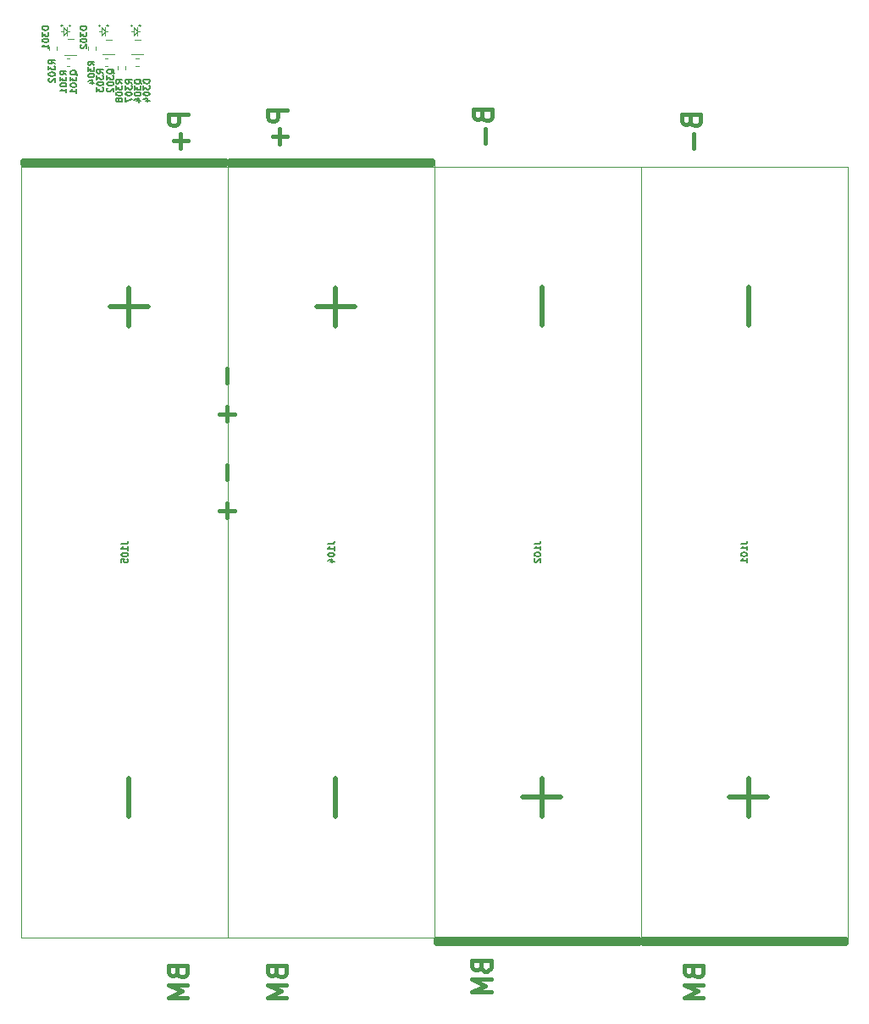
<source format=gbo>
%TF.GenerationSoftware,KiCad,Pcbnew,7.0.1*%
%TF.CreationDate,2023-06-20T19:29:40-04:00*%
%TF.ProjectId,batteryboard,62617474-6572-4796-926f-6172642e6b69,rev?*%
%TF.SameCoordinates,Original*%
%TF.FileFunction,Legend,Bot*%
%TF.FilePolarity,Positive*%
%FSLAX46Y46*%
G04 Gerber Fmt 4.6, Leading zero omitted, Abs format (unit mm)*
G04 Created by KiCad (PCBNEW 7.0.1) date 2023-06-20 19:29:40*
%MOMM*%
%LPD*%
G01*
G04 APERTURE LIST*
%ADD10C,0.381000*%
%ADD11C,0.127000*%
%ADD12C,0.500000*%
%ADD13C,0.100000*%
%ADD14C,0.060000*%
%ADD15C,0.120000*%
G04 APERTURE END LIST*
D10*
X102943932Y-137477500D02*
X103034646Y-137749643D01*
X103034646Y-137749643D02*
X103125360Y-137840357D01*
X103125360Y-137840357D02*
X103306789Y-137931071D01*
X103306789Y-137931071D02*
X103578932Y-137931071D01*
X103578932Y-137931071D02*
X103760360Y-137840357D01*
X103760360Y-137840357D02*
X103851075Y-137749643D01*
X103851075Y-137749643D02*
X103941789Y-137568214D01*
X103941789Y-137568214D02*
X103941789Y-136842500D01*
X103941789Y-136842500D02*
X102036789Y-136842500D01*
X102036789Y-136842500D02*
X102036789Y-137477500D01*
X102036789Y-137477500D02*
X102127503Y-137658929D01*
X102127503Y-137658929D02*
X102218217Y-137749643D01*
X102218217Y-137749643D02*
X102399646Y-137840357D01*
X102399646Y-137840357D02*
X102581075Y-137840357D01*
X102581075Y-137840357D02*
X102762503Y-137749643D01*
X102762503Y-137749643D02*
X102853217Y-137658929D01*
X102853217Y-137658929D02*
X102943932Y-137477500D01*
X102943932Y-137477500D02*
X102943932Y-136842500D01*
X103941789Y-138747500D02*
X102036789Y-138747500D01*
X102036789Y-138747500D02*
X103397503Y-139382500D01*
X103397503Y-139382500D02*
X102036789Y-140017500D01*
X102036789Y-140017500D02*
X103941789Y-140017500D01*
X82496932Y-138049000D02*
X82587646Y-138321143D01*
X82587646Y-138321143D02*
X82678360Y-138411857D01*
X82678360Y-138411857D02*
X82859789Y-138502571D01*
X82859789Y-138502571D02*
X83131932Y-138502571D01*
X83131932Y-138502571D02*
X83313360Y-138411857D01*
X83313360Y-138411857D02*
X83404075Y-138321143D01*
X83404075Y-138321143D02*
X83494789Y-138139714D01*
X83494789Y-138139714D02*
X83494789Y-137414000D01*
X83494789Y-137414000D02*
X81589789Y-137414000D01*
X81589789Y-137414000D02*
X81589789Y-138049000D01*
X81589789Y-138049000D02*
X81680503Y-138230429D01*
X81680503Y-138230429D02*
X81771217Y-138321143D01*
X81771217Y-138321143D02*
X81952646Y-138411857D01*
X81952646Y-138411857D02*
X82134075Y-138411857D01*
X82134075Y-138411857D02*
X82315503Y-138321143D01*
X82315503Y-138321143D02*
X82406217Y-138230429D01*
X82406217Y-138230429D02*
X82496932Y-138049000D01*
X82496932Y-138049000D02*
X82496932Y-137414000D01*
X83494789Y-139319000D02*
X81589789Y-139319000D01*
X81589789Y-139319000D02*
X82950503Y-139954000D01*
X82950503Y-139954000D02*
X81589789Y-140589000D01*
X81589789Y-140589000D02*
X83494789Y-140589000D01*
X72590932Y-138049000D02*
X72681646Y-138321143D01*
X72681646Y-138321143D02*
X72772360Y-138411857D01*
X72772360Y-138411857D02*
X72953789Y-138502571D01*
X72953789Y-138502571D02*
X73225932Y-138502571D01*
X73225932Y-138502571D02*
X73407360Y-138411857D01*
X73407360Y-138411857D02*
X73498075Y-138321143D01*
X73498075Y-138321143D02*
X73588789Y-138139714D01*
X73588789Y-138139714D02*
X73588789Y-137414000D01*
X73588789Y-137414000D02*
X71683789Y-137414000D01*
X71683789Y-137414000D02*
X71683789Y-138049000D01*
X71683789Y-138049000D02*
X71774503Y-138230429D01*
X71774503Y-138230429D02*
X71865217Y-138321143D01*
X71865217Y-138321143D02*
X72046646Y-138411857D01*
X72046646Y-138411857D02*
X72228075Y-138411857D01*
X72228075Y-138411857D02*
X72409503Y-138321143D01*
X72409503Y-138321143D02*
X72500217Y-138230429D01*
X72500217Y-138230429D02*
X72590932Y-138049000D01*
X72590932Y-138049000D02*
X72590932Y-137414000D01*
X73588789Y-139319000D02*
X71683789Y-139319000D01*
X71683789Y-139319000D02*
X73044503Y-139954000D01*
X73044503Y-139954000D02*
X71683789Y-140589000D01*
X71683789Y-140589000D02*
X73588789Y-140589000D01*
X124152932Y-138049000D02*
X124243646Y-138321143D01*
X124243646Y-138321143D02*
X124334360Y-138411857D01*
X124334360Y-138411857D02*
X124515789Y-138502571D01*
X124515789Y-138502571D02*
X124787932Y-138502571D01*
X124787932Y-138502571D02*
X124969360Y-138411857D01*
X124969360Y-138411857D02*
X125060075Y-138321143D01*
X125060075Y-138321143D02*
X125150789Y-138139714D01*
X125150789Y-138139714D02*
X125150789Y-137414000D01*
X125150789Y-137414000D02*
X123245789Y-137414000D01*
X123245789Y-137414000D02*
X123245789Y-138049000D01*
X123245789Y-138049000D02*
X123336503Y-138230429D01*
X123336503Y-138230429D02*
X123427217Y-138321143D01*
X123427217Y-138321143D02*
X123608646Y-138411857D01*
X123608646Y-138411857D02*
X123790075Y-138411857D01*
X123790075Y-138411857D02*
X123971503Y-138321143D01*
X123971503Y-138321143D02*
X124062217Y-138230429D01*
X124062217Y-138230429D02*
X124152932Y-138049000D01*
X124152932Y-138049000D02*
X124152932Y-137414000D01*
X125150789Y-139319000D02*
X123245789Y-139319000D01*
X123245789Y-139319000D02*
X124606503Y-139954000D01*
X124606503Y-139954000D02*
X123245789Y-140589000D01*
X123245789Y-140589000D02*
X125150789Y-140589000D01*
X123898932Y-52931786D02*
X123989646Y-53203929D01*
X123989646Y-53203929D02*
X124080360Y-53294643D01*
X124080360Y-53294643D02*
X124261789Y-53385357D01*
X124261789Y-53385357D02*
X124533932Y-53385357D01*
X124533932Y-53385357D02*
X124715360Y-53294643D01*
X124715360Y-53294643D02*
X124806075Y-53203929D01*
X124806075Y-53203929D02*
X124896789Y-53022500D01*
X124896789Y-53022500D02*
X124896789Y-52296786D01*
X124896789Y-52296786D02*
X122991789Y-52296786D01*
X122991789Y-52296786D02*
X122991789Y-52931786D01*
X122991789Y-52931786D02*
X123082503Y-53113215D01*
X123082503Y-53113215D02*
X123173217Y-53203929D01*
X123173217Y-53203929D02*
X123354646Y-53294643D01*
X123354646Y-53294643D02*
X123536075Y-53294643D01*
X123536075Y-53294643D02*
X123717503Y-53203929D01*
X123717503Y-53203929D02*
X123808217Y-53113215D01*
X123808217Y-53113215D02*
X123898932Y-52931786D01*
X123898932Y-52931786D02*
X123898932Y-52296786D01*
X124171075Y-54201786D02*
X124171075Y-55653215D01*
X103070932Y-52423786D02*
X103161646Y-52695929D01*
X103161646Y-52695929D02*
X103252360Y-52786643D01*
X103252360Y-52786643D02*
X103433789Y-52877357D01*
X103433789Y-52877357D02*
X103705932Y-52877357D01*
X103705932Y-52877357D02*
X103887360Y-52786643D01*
X103887360Y-52786643D02*
X103978075Y-52695929D01*
X103978075Y-52695929D02*
X104068789Y-52514500D01*
X104068789Y-52514500D02*
X104068789Y-51788786D01*
X104068789Y-51788786D02*
X102163789Y-51788786D01*
X102163789Y-51788786D02*
X102163789Y-52423786D01*
X102163789Y-52423786D02*
X102254503Y-52605215D01*
X102254503Y-52605215D02*
X102345217Y-52695929D01*
X102345217Y-52695929D02*
X102526646Y-52786643D01*
X102526646Y-52786643D02*
X102708075Y-52786643D01*
X102708075Y-52786643D02*
X102889503Y-52695929D01*
X102889503Y-52695929D02*
X102980217Y-52605215D01*
X102980217Y-52605215D02*
X103070932Y-52423786D01*
X103070932Y-52423786D02*
X103070932Y-51788786D01*
X103343075Y-53693786D02*
X103343075Y-55145215D01*
X83558289Y-51852286D02*
X81653289Y-51852286D01*
X81653289Y-51852286D02*
X81653289Y-52578000D01*
X81653289Y-52578000D02*
X81744003Y-52759429D01*
X81744003Y-52759429D02*
X81834717Y-52850143D01*
X81834717Y-52850143D02*
X82016146Y-52940857D01*
X82016146Y-52940857D02*
X82288289Y-52940857D01*
X82288289Y-52940857D02*
X82469717Y-52850143D01*
X82469717Y-52850143D02*
X82560432Y-52759429D01*
X82560432Y-52759429D02*
X82651146Y-52578000D01*
X82651146Y-52578000D02*
X82651146Y-51852286D01*
X82832575Y-53757286D02*
X82832575Y-55208715D01*
X83558289Y-54483000D02*
X82106860Y-54483000D01*
X73652289Y-52296786D02*
X71747289Y-52296786D01*
X71747289Y-52296786D02*
X71747289Y-53022500D01*
X71747289Y-53022500D02*
X71838003Y-53203929D01*
X71838003Y-53203929D02*
X71928717Y-53294643D01*
X71928717Y-53294643D02*
X72110146Y-53385357D01*
X72110146Y-53385357D02*
X72382289Y-53385357D01*
X72382289Y-53385357D02*
X72563717Y-53294643D01*
X72563717Y-53294643D02*
X72654432Y-53203929D01*
X72654432Y-53203929D02*
X72745146Y-53022500D01*
X72745146Y-53022500D02*
X72745146Y-52296786D01*
X72926575Y-54201786D02*
X72926575Y-55653215D01*
X73652289Y-54927500D02*
X72200860Y-54927500D01*
X77562075Y-77696786D02*
X77562075Y-79148215D01*
X77562075Y-81506786D02*
X77562075Y-82958215D01*
X78287789Y-82232500D02*
X76836360Y-82232500D01*
X77562075Y-87348786D02*
X77562075Y-88800215D01*
X77562075Y-91158786D02*
X77562075Y-92610215D01*
X78287789Y-91884500D02*
X76836360Y-91884500D01*
D11*
%TO.C,J104*%
X87657063Y-95233671D02*
X88110634Y-95233671D01*
X88110634Y-95233671D02*
X88201348Y-95203432D01*
X88201348Y-95203432D02*
X88261825Y-95142956D01*
X88261825Y-95142956D02*
X88292063Y-95052242D01*
X88292063Y-95052242D02*
X88292063Y-94991766D01*
X88292063Y-95868671D02*
X88292063Y-95505814D01*
X88292063Y-95687242D02*
X87657063Y-95687242D01*
X87657063Y-95687242D02*
X87747777Y-95626766D01*
X87747777Y-95626766D02*
X87808253Y-95566290D01*
X87808253Y-95566290D02*
X87838491Y-95505814D01*
X87657063Y-96261766D02*
X87657063Y-96322243D01*
X87657063Y-96322243D02*
X87687301Y-96382719D01*
X87687301Y-96382719D02*
X87717539Y-96412957D01*
X87717539Y-96412957D02*
X87778015Y-96443195D01*
X87778015Y-96443195D02*
X87898967Y-96473433D01*
X87898967Y-96473433D02*
X88050158Y-96473433D01*
X88050158Y-96473433D02*
X88171110Y-96443195D01*
X88171110Y-96443195D02*
X88231586Y-96412957D01*
X88231586Y-96412957D02*
X88261825Y-96382719D01*
X88261825Y-96382719D02*
X88292063Y-96322243D01*
X88292063Y-96322243D02*
X88292063Y-96261766D01*
X88292063Y-96261766D02*
X88261825Y-96201290D01*
X88261825Y-96201290D02*
X88231586Y-96171052D01*
X88231586Y-96171052D02*
X88171110Y-96140814D01*
X88171110Y-96140814D02*
X88050158Y-96110576D01*
X88050158Y-96110576D02*
X87898967Y-96110576D01*
X87898967Y-96110576D02*
X87778015Y-96140814D01*
X87778015Y-96140814D02*
X87717539Y-96171052D01*
X87717539Y-96171052D02*
X87687301Y-96201290D01*
X87687301Y-96201290D02*
X87657063Y-96261766D01*
X87868729Y-97017719D02*
X88292063Y-97017719D01*
X87626825Y-96866528D02*
X88080396Y-96715338D01*
X88080396Y-96715338D02*
X88080396Y-97108433D01*
D12*
X88406633Y-118670338D02*
X88406633Y-122479862D01*
X88406633Y-69620338D02*
X88406633Y-73429862D01*
X90311395Y-71525100D02*
X86501871Y-71525100D01*
D11*
%TO.C,J101*%
X128932063Y-95208271D02*
X129385634Y-95208271D01*
X129385634Y-95208271D02*
X129476348Y-95178032D01*
X129476348Y-95178032D02*
X129536825Y-95117556D01*
X129536825Y-95117556D02*
X129567063Y-95026842D01*
X129567063Y-95026842D02*
X129567063Y-94966366D01*
X129567063Y-95843271D02*
X129567063Y-95480414D01*
X129567063Y-95661842D02*
X128932063Y-95661842D01*
X128932063Y-95661842D02*
X129022777Y-95601366D01*
X129022777Y-95601366D02*
X129083253Y-95540890D01*
X129083253Y-95540890D02*
X129113491Y-95480414D01*
X128932063Y-96236366D02*
X128932063Y-96296843D01*
X128932063Y-96296843D02*
X128962301Y-96357319D01*
X128962301Y-96357319D02*
X128992539Y-96387557D01*
X128992539Y-96387557D02*
X129053015Y-96417795D01*
X129053015Y-96417795D02*
X129173967Y-96448033D01*
X129173967Y-96448033D02*
X129325158Y-96448033D01*
X129325158Y-96448033D02*
X129446110Y-96417795D01*
X129446110Y-96417795D02*
X129506586Y-96387557D01*
X129506586Y-96387557D02*
X129536825Y-96357319D01*
X129536825Y-96357319D02*
X129567063Y-96296843D01*
X129567063Y-96296843D02*
X129567063Y-96236366D01*
X129567063Y-96236366D02*
X129536825Y-96175890D01*
X129536825Y-96175890D02*
X129506586Y-96145652D01*
X129506586Y-96145652D02*
X129446110Y-96115414D01*
X129446110Y-96115414D02*
X129325158Y-96085176D01*
X129325158Y-96085176D02*
X129173967Y-96085176D01*
X129173967Y-96085176D02*
X129053015Y-96115414D01*
X129053015Y-96115414D02*
X128992539Y-96145652D01*
X128992539Y-96145652D02*
X128962301Y-96175890D01*
X128962301Y-96175890D02*
X128932063Y-96236366D01*
X129567063Y-97052795D02*
X129567063Y-96689938D01*
X129567063Y-96871366D02*
X128932063Y-96871366D01*
X128932063Y-96871366D02*
X129022777Y-96810890D01*
X129022777Y-96810890D02*
X129083253Y-96750414D01*
X129083253Y-96750414D02*
X129113491Y-96689938D01*
D12*
X129681633Y-118644938D02*
X129681633Y-122454462D01*
X131586395Y-120549700D02*
X127776871Y-120549700D01*
X129681633Y-69594938D02*
X129681633Y-73404462D01*
D11*
%TO.C,J102*%
X108281863Y-95208271D02*
X108735434Y-95208271D01*
X108735434Y-95208271D02*
X108826148Y-95178032D01*
X108826148Y-95178032D02*
X108886625Y-95117556D01*
X108886625Y-95117556D02*
X108916863Y-95026842D01*
X108916863Y-95026842D02*
X108916863Y-94966366D01*
X108916863Y-95843271D02*
X108916863Y-95480414D01*
X108916863Y-95661842D02*
X108281863Y-95661842D01*
X108281863Y-95661842D02*
X108372577Y-95601366D01*
X108372577Y-95601366D02*
X108433053Y-95540890D01*
X108433053Y-95540890D02*
X108463291Y-95480414D01*
X108281863Y-96236366D02*
X108281863Y-96296843D01*
X108281863Y-96296843D02*
X108312101Y-96357319D01*
X108312101Y-96357319D02*
X108342339Y-96387557D01*
X108342339Y-96387557D02*
X108402815Y-96417795D01*
X108402815Y-96417795D02*
X108523767Y-96448033D01*
X108523767Y-96448033D02*
X108674958Y-96448033D01*
X108674958Y-96448033D02*
X108795910Y-96417795D01*
X108795910Y-96417795D02*
X108856386Y-96387557D01*
X108856386Y-96387557D02*
X108886625Y-96357319D01*
X108886625Y-96357319D02*
X108916863Y-96296843D01*
X108916863Y-96296843D02*
X108916863Y-96236366D01*
X108916863Y-96236366D02*
X108886625Y-96175890D01*
X108886625Y-96175890D02*
X108856386Y-96145652D01*
X108856386Y-96145652D02*
X108795910Y-96115414D01*
X108795910Y-96115414D02*
X108674958Y-96085176D01*
X108674958Y-96085176D02*
X108523767Y-96085176D01*
X108523767Y-96085176D02*
X108402815Y-96115414D01*
X108402815Y-96115414D02*
X108342339Y-96145652D01*
X108342339Y-96145652D02*
X108312101Y-96175890D01*
X108312101Y-96175890D02*
X108281863Y-96236366D01*
X108342339Y-96689938D02*
X108312101Y-96720176D01*
X108312101Y-96720176D02*
X108281863Y-96780652D01*
X108281863Y-96780652D02*
X108281863Y-96931843D01*
X108281863Y-96931843D02*
X108312101Y-96992319D01*
X108312101Y-96992319D02*
X108342339Y-97022557D01*
X108342339Y-97022557D02*
X108402815Y-97052795D01*
X108402815Y-97052795D02*
X108463291Y-97052795D01*
X108463291Y-97052795D02*
X108554005Y-97022557D01*
X108554005Y-97022557D02*
X108916863Y-96659700D01*
X108916863Y-96659700D02*
X108916863Y-97052795D01*
D12*
X109031433Y-69594938D02*
X109031433Y-73404462D01*
X109031433Y-118644938D02*
X109031433Y-122454462D01*
X110936195Y-120549700D02*
X107126671Y-120549700D01*
D11*
%TO.C,J105*%
X67006863Y-95233671D02*
X67460434Y-95233671D01*
X67460434Y-95233671D02*
X67551148Y-95203432D01*
X67551148Y-95203432D02*
X67611625Y-95142956D01*
X67611625Y-95142956D02*
X67641863Y-95052242D01*
X67641863Y-95052242D02*
X67641863Y-94991766D01*
X67641863Y-95868671D02*
X67641863Y-95505814D01*
X67641863Y-95687242D02*
X67006863Y-95687242D01*
X67006863Y-95687242D02*
X67097577Y-95626766D01*
X67097577Y-95626766D02*
X67158053Y-95566290D01*
X67158053Y-95566290D02*
X67188291Y-95505814D01*
X67006863Y-96261766D02*
X67006863Y-96322243D01*
X67006863Y-96322243D02*
X67037101Y-96382719D01*
X67037101Y-96382719D02*
X67067339Y-96412957D01*
X67067339Y-96412957D02*
X67127815Y-96443195D01*
X67127815Y-96443195D02*
X67248767Y-96473433D01*
X67248767Y-96473433D02*
X67399958Y-96473433D01*
X67399958Y-96473433D02*
X67520910Y-96443195D01*
X67520910Y-96443195D02*
X67581386Y-96412957D01*
X67581386Y-96412957D02*
X67611625Y-96382719D01*
X67611625Y-96382719D02*
X67641863Y-96322243D01*
X67641863Y-96322243D02*
X67641863Y-96261766D01*
X67641863Y-96261766D02*
X67611625Y-96201290D01*
X67611625Y-96201290D02*
X67581386Y-96171052D01*
X67581386Y-96171052D02*
X67520910Y-96140814D01*
X67520910Y-96140814D02*
X67399958Y-96110576D01*
X67399958Y-96110576D02*
X67248767Y-96110576D01*
X67248767Y-96110576D02*
X67127815Y-96140814D01*
X67127815Y-96140814D02*
X67067339Y-96171052D01*
X67067339Y-96171052D02*
X67037101Y-96201290D01*
X67037101Y-96201290D02*
X67006863Y-96261766D01*
X67006863Y-97047957D02*
X67006863Y-96745576D01*
X67006863Y-96745576D02*
X67309244Y-96715338D01*
X67309244Y-96715338D02*
X67279005Y-96745576D01*
X67279005Y-96745576D02*
X67248767Y-96806052D01*
X67248767Y-96806052D02*
X67248767Y-96957243D01*
X67248767Y-96957243D02*
X67279005Y-97017719D01*
X67279005Y-97017719D02*
X67309244Y-97047957D01*
X67309244Y-97047957D02*
X67369720Y-97078195D01*
X67369720Y-97078195D02*
X67520910Y-97078195D01*
X67520910Y-97078195D02*
X67581386Y-97047957D01*
X67581386Y-97047957D02*
X67611625Y-97017719D01*
X67611625Y-97017719D02*
X67641863Y-96957243D01*
X67641863Y-96957243D02*
X67641863Y-96806052D01*
X67641863Y-96806052D02*
X67611625Y-96745576D01*
X67611625Y-96745576D02*
X67581386Y-96715338D01*
D12*
X67756433Y-118670338D02*
X67756433Y-122479862D01*
X67756433Y-69620338D02*
X67756433Y-73429862D01*
X69661195Y-71525100D02*
X65851671Y-71525100D01*
D11*
%TO.C,D301*%
X59729763Y-43503547D02*
X59094763Y-43503547D01*
X59094763Y-43503547D02*
X59094763Y-43654737D01*
X59094763Y-43654737D02*
X59125001Y-43745452D01*
X59125001Y-43745452D02*
X59185477Y-43805928D01*
X59185477Y-43805928D02*
X59245953Y-43836166D01*
X59245953Y-43836166D02*
X59366905Y-43866404D01*
X59366905Y-43866404D02*
X59457620Y-43866404D01*
X59457620Y-43866404D02*
X59578572Y-43836166D01*
X59578572Y-43836166D02*
X59639048Y-43805928D01*
X59639048Y-43805928D02*
X59699525Y-43745452D01*
X59699525Y-43745452D02*
X59729763Y-43654737D01*
X59729763Y-43654737D02*
X59729763Y-43503547D01*
X59094763Y-44078071D02*
X59094763Y-44471166D01*
X59094763Y-44471166D02*
X59336667Y-44259499D01*
X59336667Y-44259499D02*
X59336667Y-44350214D01*
X59336667Y-44350214D02*
X59366905Y-44410690D01*
X59366905Y-44410690D02*
X59397144Y-44440928D01*
X59397144Y-44440928D02*
X59457620Y-44471166D01*
X59457620Y-44471166D02*
X59608810Y-44471166D01*
X59608810Y-44471166D02*
X59669286Y-44440928D01*
X59669286Y-44440928D02*
X59699525Y-44410690D01*
X59699525Y-44410690D02*
X59729763Y-44350214D01*
X59729763Y-44350214D02*
X59729763Y-44168785D01*
X59729763Y-44168785D02*
X59699525Y-44108309D01*
X59699525Y-44108309D02*
X59669286Y-44078071D01*
X59094763Y-44864261D02*
X59094763Y-44924738D01*
X59094763Y-44924738D02*
X59125001Y-44985214D01*
X59125001Y-44985214D02*
X59155239Y-45015452D01*
X59155239Y-45015452D02*
X59215715Y-45045690D01*
X59215715Y-45045690D02*
X59336667Y-45075928D01*
X59336667Y-45075928D02*
X59487858Y-45075928D01*
X59487858Y-45075928D02*
X59608810Y-45045690D01*
X59608810Y-45045690D02*
X59669286Y-45015452D01*
X59669286Y-45015452D02*
X59699525Y-44985214D01*
X59699525Y-44985214D02*
X59729763Y-44924738D01*
X59729763Y-44924738D02*
X59729763Y-44864261D01*
X59729763Y-44864261D02*
X59699525Y-44803785D01*
X59699525Y-44803785D02*
X59669286Y-44773547D01*
X59669286Y-44773547D02*
X59608810Y-44743309D01*
X59608810Y-44743309D02*
X59487858Y-44713071D01*
X59487858Y-44713071D02*
X59336667Y-44713071D01*
X59336667Y-44713071D02*
X59215715Y-44743309D01*
X59215715Y-44743309D02*
X59155239Y-44773547D01*
X59155239Y-44773547D02*
X59125001Y-44803785D01*
X59125001Y-44803785D02*
X59094763Y-44864261D01*
X59729763Y-45680690D02*
X59729763Y-45317833D01*
X59729763Y-45499261D02*
X59094763Y-45499261D01*
X59094763Y-45499261D02*
X59185477Y-45438785D01*
X59185477Y-45438785D02*
X59245953Y-45378309D01*
X59245953Y-45378309D02*
X59276191Y-45317833D01*
%TO.C,D302*%
X63539763Y-43503547D02*
X62904763Y-43503547D01*
X62904763Y-43503547D02*
X62904763Y-43654737D01*
X62904763Y-43654737D02*
X62935001Y-43745452D01*
X62935001Y-43745452D02*
X62995477Y-43805928D01*
X62995477Y-43805928D02*
X63055953Y-43836166D01*
X63055953Y-43836166D02*
X63176905Y-43866404D01*
X63176905Y-43866404D02*
X63267620Y-43866404D01*
X63267620Y-43866404D02*
X63388572Y-43836166D01*
X63388572Y-43836166D02*
X63449048Y-43805928D01*
X63449048Y-43805928D02*
X63509525Y-43745452D01*
X63509525Y-43745452D02*
X63539763Y-43654737D01*
X63539763Y-43654737D02*
X63539763Y-43503547D01*
X62904763Y-44078071D02*
X62904763Y-44471166D01*
X62904763Y-44471166D02*
X63146667Y-44259499D01*
X63146667Y-44259499D02*
X63146667Y-44350214D01*
X63146667Y-44350214D02*
X63176905Y-44410690D01*
X63176905Y-44410690D02*
X63207144Y-44440928D01*
X63207144Y-44440928D02*
X63267620Y-44471166D01*
X63267620Y-44471166D02*
X63418810Y-44471166D01*
X63418810Y-44471166D02*
X63479286Y-44440928D01*
X63479286Y-44440928D02*
X63509525Y-44410690D01*
X63509525Y-44410690D02*
X63539763Y-44350214D01*
X63539763Y-44350214D02*
X63539763Y-44168785D01*
X63539763Y-44168785D02*
X63509525Y-44108309D01*
X63509525Y-44108309D02*
X63479286Y-44078071D01*
X62904763Y-44864261D02*
X62904763Y-44924738D01*
X62904763Y-44924738D02*
X62935001Y-44985214D01*
X62935001Y-44985214D02*
X62965239Y-45015452D01*
X62965239Y-45015452D02*
X63025715Y-45045690D01*
X63025715Y-45045690D02*
X63146667Y-45075928D01*
X63146667Y-45075928D02*
X63297858Y-45075928D01*
X63297858Y-45075928D02*
X63418810Y-45045690D01*
X63418810Y-45045690D02*
X63479286Y-45015452D01*
X63479286Y-45015452D02*
X63509525Y-44985214D01*
X63509525Y-44985214D02*
X63539763Y-44924738D01*
X63539763Y-44924738D02*
X63539763Y-44864261D01*
X63539763Y-44864261D02*
X63509525Y-44803785D01*
X63509525Y-44803785D02*
X63479286Y-44773547D01*
X63479286Y-44773547D02*
X63418810Y-44743309D01*
X63418810Y-44743309D02*
X63297858Y-44713071D01*
X63297858Y-44713071D02*
X63146667Y-44713071D01*
X63146667Y-44713071D02*
X63025715Y-44743309D01*
X63025715Y-44743309D02*
X62965239Y-44773547D01*
X62965239Y-44773547D02*
X62935001Y-44803785D01*
X62935001Y-44803785D02*
X62904763Y-44864261D01*
X62965239Y-45317833D02*
X62935001Y-45348071D01*
X62935001Y-45348071D02*
X62904763Y-45408547D01*
X62904763Y-45408547D02*
X62904763Y-45559738D01*
X62904763Y-45559738D02*
X62935001Y-45620214D01*
X62935001Y-45620214D02*
X62965239Y-45650452D01*
X62965239Y-45650452D02*
X63025715Y-45680690D01*
X63025715Y-45680690D02*
X63086191Y-45680690D01*
X63086191Y-45680690D02*
X63176905Y-45650452D01*
X63176905Y-45650452D02*
X63539763Y-45287595D01*
X63539763Y-45287595D02*
X63539763Y-45680690D01*
%TO.C,D304*%
X69838963Y-48837547D02*
X69203963Y-48837547D01*
X69203963Y-48837547D02*
X69203963Y-48988737D01*
X69203963Y-48988737D02*
X69234201Y-49079452D01*
X69234201Y-49079452D02*
X69294677Y-49139928D01*
X69294677Y-49139928D02*
X69355153Y-49170166D01*
X69355153Y-49170166D02*
X69476105Y-49200404D01*
X69476105Y-49200404D02*
X69566820Y-49200404D01*
X69566820Y-49200404D02*
X69687772Y-49170166D01*
X69687772Y-49170166D02*
X69748248Y-49139928D01*
X69748248Y-49139928D02*
X69808725Y-49079452D01*
X69808725Y-49079452D02*
X69838963Y-48988737D01*
X69838963Y-48988737D02*
X69838963Y-48837547D01*
X69203963Y-49412071D02*
X69203963Y-49805166D01*
X69203963Y-49805166D02*
X69445867Y-49593499D01*
X69445867Y-49593499D02*
X69445867Y-49684214D01*
X69445867Y-49684214D02*
X69476105Y-49744690D01*
X69476105Y-49744690D02*
X69506344Y-49774928D01*
X69506344Y-49774928D02*
X69566820Y-49805166D01*
X69566820Y-49805166D02*
X69718010Y-49805166D01*
X69718010Y-49805166D02*
X69778486Y-49774928D01*
X69778486Y-49774928D02*
X69808725Y-49744690D01*
X69808725Y-49744690D02*
X69838963Y-49684214D01*
X69838963Y-49684214D02*
X69838963Y-49502785D01*
X69838963Y-49502785D02*
X69808725Y-49442309D01*
X69808725Y-49442309D02*
X69778486Y-49412071D01*
X69203963Y-50198261D02*
X69203963Y-50258738D01*
X69203963Y-50258738D02*
X69234201Y-50319214D01*
X69234201Y-50319214D02*
X69264439Y-50349452D01*
X69264439Y-50349452D02*
X69324915Y-50379690D01*
X69324915Y-50379690D02*
X69445867Y-50409928D01*
X69445867Y-50409928D02*
X69597058Y-50409928D01*
X69597058Y-50409928D02*
X69718010Y-50379690D01*
X69718010Y-50379690D02*
X69778486Y-50349452D01*
X69778486Y-50349452D02*
X69808725Y-50319214D01*
X69808725Y-50319214D02*
X69838963Y-50258738D01*
X69838963Y-50258738D02*
X69838963Y-50198261D01*
X69838963Y-50198261D02*
X69808725Y-50137785D01*
X69808725Y-50137785D02*
X69778486Y-50107547D01*
X69778486Y-50107547D02*
X69718010Y-50077309D01*
X69718010Y-50077309D02*
X69597058Y-50047071D01*
X69597058Y-50047071D02*
X69445867Y-50047071D01*
X69445867Y-50047071D02*
X69324915Y-50077309D01*
X69324915Y-50077309D02*
X69264439Y-50107547D01*
X69264439Y-50107547D02*
X69234201Y-50137785D01*
X69234201Y-50137785D02*
X69203963Y-50198261D01*
X69415629Y-50954214D02*
X69838963Y-50954214D01*
X69173725Y-50803023D02*
X69627296Y-50651833D01*
X69627296Y-50651833D02*
X69627296Y-51044928D01*
%TO.C,Q302*%
X66267239Y-48229761D02*
X66237001Y-48169285D01*
X66237001Y-48169285D02*
X66176525Y-48108809D01*
X66176525Y-48108809D02*
X66085810Y-48018095D01*
X66085810Y-48018095D02*
X66055572Y-47957618D01*
X66055572Y-47957618D02*
X66055572Y-47897142D01*
X66206763Y-47927380D02*
X66176525Y-47866904D01*
X66176525Y-47866904D02*
X66116048Y-47806428D01*
X66116048Y-47806428D02*
X65995096Y-47776190D01*
X65995096Y-47776190D02*
X65783429Y-47776190D01*
X65783429Y-47776190D02*
X65662477Y-47806428D01*
X65662477Y-47806428D02*
X65602001Y-47866904D01*
X65602001Y-47866904D02*
X65571763Y-47927380D01*
X65571763Y-47927380D02*
X65571763Y-48048333D01*
X65571763Y-48048333D02*
X65602001Y-48108809D01*
X65602001Y-48108809D02*
X65662477Y-48169285D01*
X65662477Y-48169285D02*
X65783429Y-48199523D01*
X65783429Y-48199523D02*
X65995096Y-48199523D01*
X65995096Y-48199523D02*
X66116048Y-48169285D01*
X66116048Y-48169285D02*
X66176525Y-48108809D01*
X66176525Y-48108809D02*
X66206763Y-48048333D01*
X66206763Y-48048333D02*
X66206763Y-47927380D01*
X65571763Y-48411190D02*
X65571763Y-48804285D01*
X65571763Y-48804285D02*
X65813667Y-48592618D01*
X65813667Y-48592618D02*
X65813667Y-48683333D01*
X65813667Y-48683333D02*
X65843905Y-48743809D01*
X65843905Y-48743809D02*
X65874144Y-48774047D01*
X65874144Y-48774047D02*
X65934620Y-48804285D01*
X65934620Y-48804285D02*
X66085810Y-48804285D01*
X66085810Y-48804285D02*
X66146286Y-48774047D01*
X66146286Y-48774047D02*
X66176525Y-48743809D01*
X66176525Y-48743809D02*
X66206763Y-48683333D01*
X66206763Y-48683333D02*
X66206763Y-48501904D01*
X66206763Y-48501904D02*
X66176525Y-48441428D01*
X66176525Y-48441428D02*
X66146286Y-48411190D01*
X65571763Y-49197380D02*
X65571763Y-49257857D01*
X65571763Y-49257857D02*
X65602001Y-49318333D01*
X65602001Y-49318333D02*
X65632239Y-49348571D01*
X65632239Y-49348571D02*
X65692715Y-49378809D01*
X65692715Y-49378809D02*
X65813667Y-49409047D01*
X65813667Y-49409047D02*
X65964858Y-49409047D01*
X65964858Y-49409047D02*
X66085810Y-49378809D01*
X66085810Y-49378809D02*
X66146286Y-49348571D01*
X66146286Y-49348571D02*
X66176525Y-49318333D01*
X66176525Y-49318333D02*
X66206763Y-49257857D01*
X66206763Y-49257857D02*
X66206763Y-49197380D01*
X66206763Y-49197380D02*
X66176525Y-49136904D01*
X66176525Y-49136904D02*
X66146286Y-49106666D01*
X66146286Y-49106666D02*
X66085810Y-49076428D01*
X66085810Y-49076428D02*
X65964858Y-49046190D01*
X65964858Y-49046190D02*
X65813667Y-49046190D01*
X65813667Y-49046190D02*
X65692715Y-49076428D01*
X65692715Y-49076428D02*
X65632239Y-49106666D01*
X65632239Y-49106666D02*
X65602001Y-49136904D01*
X65602001Y-49136904D02*
X65571763Y-49197380D01*
X65632239Y-49650952D02*
X65602001Y-49681190D01*
X65602001Y-49681190D02*
X65571763Y-49741666D01*
X65571763Y-49741666D02*
X65571763Y-49892857D01*
X65571763Y-49892857D02*
X65602001Y-49953333D01*
X65602001Y-49953333D02*
X65632239Y-49983571D01*
X65632239Y-49983571D02*
X65692715Y-50013809D01*
X65692715Y-50013809D02*
X65753191Y-50013809D01*
X65753191Y-50013809D02*
X65843905Y-49983571D01*
X65843905Y-49983571D02*
X66206763Y-49620714D01*
X66206763Y-49620714D02*
X66206763Y-50013809D01*
%TO.C,Q304*%
X69010439Y-49245761D02*
X68980201Y-49185285D01*
X68980201Y-49185285D02*
X68919725Y-49124809D01*
X68919725Y-49124809D02*
X68829010Y-49034095D01*
X68829010Y-49034095D02*
X68798772Y-48973618D01*
X68798772Y-48973618D02*
X68798772Y-48913142D01*
X68949963Y-48943380D02*
X68919725Y-48882904D01*
X68919725Y-48882904D02*
X68859248Y-48822428D01*
X68859248Y-48822428D02*
X68738296Y-48792190D01*
X68738296Y-48792190D02*
X68526629Y-48792190D01*
X68526629Y-48792190D02*
X68405677Y-48822428D01*
X68405677Y-48822428D02*
X68345201Y-48882904D01*
X68345201Y-48882904D02*
X68314963Y-48943380D01*
X68314963Y-48943380D02*
X68314963Y-49064333D01*
X68314963Y-49064333D02*
X68345201Y-49124809D01*
X68345201Y-49124809D02*
X68405677Y-49185285D01*
X68405677Y-49185285D02*
X68526629Y-49215523D01*
X68526629Y-49215523D02*
X68738296Y-49215523D01*
X68738296Y-49215523D02*
X68859248Y-49185285D01*
X68859248Y-49185285D02*
X68919725Y-49124809D01*
X68919725Y-49124809D02*
X68949963Y-49064333D01*
X68949963Y-49064333D02*
X68949963Y-48943380D01*
X68314963Y-49427190D02*
X68314963Y-49820285D01*
X68314963Y-49820285D02*
X68556867Y-49608618D01*
X68556867Y-49608618D02*
X68556867Y-49699333D01*
X68556867Y-49699333D02*
X68587105Y-49759809D01*
X68587105Y-49759809D02*
X68617344Y-49790047D01*
X68617344Y-49790047D02*
X68677820Y-49820285D01*
X68677820Y-49820285D02*
X68829010Y-49820285D01*
X68829010Y-49820285D02*
X68889486Y-49790047D01*
X68889486Y-49790047D02*
X68919725Y-49759809D01*
X68919725Y-49759809D02*
X68949963Y-49699333D01*
X68949963Y-49699333D02*
X68949963Y-49517904D01*
X68949963Y-49517904D02*
X68919725Y-49457428D01*
X68919725Y-49457428D02*
X68889486Y-49427190D01*
X68314963Y-50213380D02*
X68314963Y-50273857D01*
X68314963Y-50273857D02*
X68345201Y-50334333D01*
X68345201Y-50334333D02*
X68375439Y-50364571D01*
X68375439Y-50364571D02*
X68435915Y-50394809D01*
X68435915Y-50394809D02*
X68556867Y-50425047D01*
X68556867Y-50425047D02*
X68708058Y-50425047D01*
X68708058Y-50425047D02*
X68829010Y-50394809D01*
X68829010Y-50394809D02*
X68889486Y-50364571D01*
X68889486Y-50364571D02*
X68919725Y-50334333D01*
X68919725Y-50334333D02*
X68949963Y-50273857D01*
X68949963Y-50273857D02*
X68949963Y-50213380D01*
X68949963Y-50213380D02*
X68919725Y-50152904D01*
X68919725Y-50152904D02*
X68889486Y-50122666D01*
X68889486Y-50122666D02*
X68829010Y-50092428D01*
X68829010Y-50092428D02*
X68708058Y-50062190D01*
X68708058Y-50062190D02*
X68556867Y-50062190D01*
X68556867Y-50062190D02*
X68435915Y-50092428D01*
X68435915Y-50092428D02*
X68375439Y-50122666D01*
X68375439Y-50122666D02*
X68345201Y-50152904D01*
X68345201Y-50152904D02*
X68314963Y-50213380D01*
X68526629Y-50969333D02*
X68949963Y-50969333D01*
X68284725Y-50818142D02*
X68738296Y-50666952D01*
X68738296Y-50666952D02*
X68738296Y-51060047D01*
%TO.C,R302*%
X60364763Y-47231904D02*
X60062382Y-47020237D01*
X60364763Y-46869047D02*
X59729763Y-46869047D01*
X59729763Y-46869047D02*
X59729763Y-47110952D01*
X59729763Y-47110952D02*
X59760001Y-47171428D01*
X59760001Y-47171428D02*
X59790239Y-47201666D01*
X59790239Y-47201666D02*
X59850715Y-47231904D01*
X59850715Y-47231904D02*
X59941429Y-47231904D01*
X59941429Y-47231904D02*
X60001905Y-47201666D01*
X60001905Y-47201666D02*
X60032144Y-47171428D01*
X60032144Y-47171428D02*
X60062382Y-47110952D01*
X60062382Y-47110952D02*
X60062382Y-46869047D01*
X59729763Y-47443571D02*
X59729763Y-47836666D01*
X59729763Y-47836666D02*
X59971667Y-47624999D01*
X59971667Y-47624999D02*
X59971667Y-47715714D01*
X59971667Y-47715714D02*
X60001905Y-47776190D01*
X60001905Y-47776190D02*
X60032144Y-47806428D01*
X60032144Y-47806428D02*
X60092620Y-47836666D01*
X60092620Y-47836666D02*
X60243810Y-47836666D01*
X60243810Y-47836666D02*
X60304286Y-47806428D01*
X60304286Y-47806428D02*
X60334525Y-47776190D01*
X60334525Y-47776190D02*
X60364763Y-47715714D01*
X60364763Y-47715714D02*
X60364763Y-47534285D01*
X60364763Y-47534285D02*
X60334525Y-47473809D01*
X60334525Y-47473809D02*
X60304286Y-47443571D01*
X59729763Y-48229761D02*
X59729763Y-48290238D01*
X59729763Y-48290238D02*
X59760001Y-48350714D01*
X59760001Y-48350714D02*
X59790239Y-48380952D01*
X59790239Y-48380952D02*
X59850715Y-48411190D01*
X59850715Y-48411190D02*
X59971667Y-48441428D01*
X59971667Y-48441428D02*
X60122858Y-48441428D01*
X60122858Y-48441428D02*
X60243810Y-48411190D01*
X60243810Y-48411190D02*
X60304286Y-48380952D01*
X60304286Y-48380952D02*
X60334525Y-48350714D01*
X60334525Y-48350714D02*
X60364763Y-48290238D01*
X60364763Y-48290238D02*
X60364763Y-48229761D01*
X60364763Y-48229761D02*
X60334525Y-48169285D01*
X60334525Y-48169285D02*
X60304286Y-48139047D01*
X60304286Y-48139047D02*
X60243810Y-48108809D01*
X60243810Y-48108809D02*
X60122858Y-48078571D01*
X60122858Y-48078571D02*
X59971667Y-48078571D01*
X59971667Y-48078571D02*
X59850715Y-48108809D01*
X59850715Y-48108809D02*
X59790239Y-48139047D01*
X59790239Y-48139047D02*
X59760001Y-48169285D01*
X59760001Y-48169285D02*
X59729763Y-48229761D01*
X59790239Y-48683333D02*
X59760001Y-48713571D01*
X59760001Y-48713571D02*
X59729763Y-48774047D01*
X59729763Y-48774047D02*
X59729763Y-48925238D01*
X59729763Y-48925238D02*
X59760001Y-48985714D01*
X59760001Y-48985714D02*
X59790239Y-49015952D01*
X59790239Y-49015952D02*
X59850715Y-49046190D01*
X59850715Y-49046190D02*
X59911191Y-49046190D01*
X59911191Y-49046190D02*
X60001905Y-49015952D01*
X60001905Y-49015952D02*
X60364763Y-48653095D01*
X60364763Y-48653095D02*
X60364763Y-49046190D01*
%TO.C,R304*%
X64301763Y-47358904D02*
X63999382Y-47147237D01*
X64301763Y-46996047D02*
X63666763Y-46996047D01*
X63666763Y-46996047D02*
X63666763Y-47237952D01*
X63666763Y-47237952D02*
X63697001Y-47298428D01*
X63697001Y-47298428D02*
X63727239Y-47328666D01*
X63727239Y-47328666D02*
X63787715Y-47358904D01*
X63787715Y-47358904D02*
X63878429Y-47358904D01*
X63878429Y-47358904D02*
X63938905Y-47328666D01*
X63938905Y-47328666D02*
X63969144Y-47298428D01*
X63969144Y-47298428D02*
X63999382Y-47237952D01*
X63999382Y-47237952D02*
X63999382Y-46996047D01*
X63666763Y-47570571D02*
X63666763Y-47963666D01*
X63666763Y-47963666D02*
X63908667Y-47751999D01*
X63908667Y-47751999D02*
X63908667Y-47842714D01*
X63908667Y-47842714D02*
X63938905Y-47903190D01*
X63938905Y-47903190D02*
X63969144Y-47933428D01*
X63969144Y-47933428D02*
X64029620Y-47963666D01*
X64029620Y-47963666D02*
X64180810Y-47963666D01*
X64180810Y-47963666D02*
X64241286Y-47933428D01*
X64241286Y-47933428D02*
X64271525Y-47903190D01*
X64271525Y-47903190D02*
X64301763Y-47842714D01*
X64301763Y-47842714D02*
X64301763Y-47661285D01*
X64301763Y-47661285D02*
X64271525Y-47600809D01*
X64271525Y-47600809D02*
X64241286Y-47570571D01*
X63666763Y-48356761D02*
X63666763Y-48417238D01*
X63666763Y-48417238D02*
X63697001Y-48477714D01*
X63697001Y-48477714D02*
X63727239Y-48507952D01*
X63727239Y-48507952D02*
X63787715Y-48538190D01*
X63787715Y-48538190D02*
X63908667Y-48568428D01*
X63908667Y-48568428D02*
X64059858Y-48568428D01*
X64059858Y-48568428D02*
X64180810Y-48538190D01*
X64180810Y-48538190D02*
X64241286Y-48507952D01*
X64241286Y-48507952D02*
X64271525Y-48477714D01*
X64271525Y-48477714D02*
X64301763Y-48417238D01*
X64301763Y-48417238D02*
X64301763Y-48356761D01*
X64301763Y-48356761D02*
X64271525Y-48296285D01*
X64271525Y-48296285D02*
X64241286Y-48266047D01*
X64241286Y-48266047D02*
X64180810Y-48235809D01*
X64180810Y-48235809D02*
X64059858Y-48205571D01*
X64059858Y-48205571D02*
X63908667Y-48205571D01*
X63908667Y-48205571D02*
X63787715Y-48235809D01*
X63787715Y-48235809D02*
X63727239Y-48266047D01*
X63727239Y-48266047D02*
X63697001Y-48296285D01*
X63697001Y-48296285D02*
X63666763Y-48356761D01*
X63878429Y-49112714D02*
X64301763Y-49112714D01*
X63636525Y-48961523D02*
X64090096Y-48810333D01*
X64090096Y-48810333D02*
X64090096Y-49203428D01*
%TO.C,R308*%
X67095763Y-49200404D02*
X66793382Y-48988737D01*
X67095763Y-48837547D02*
X66460763Y-48837547D01*
X66460763Y-48837547D02*
X66460763Y-49079452D01*
X66460763Y-49079452D02*
X66491001Y-49139928D01*
X66491001Y-49139928D02*
X66521239Y-49170166D01*
X66521239Y-49170166D02*
X66581715Y-49200404D01*
X66581715Y-49200404D02*
X66672429Y-49200404D01*
X66672429Y-49200404D02*
X66732905Y-49170166D01*
X66732905Y-49170166D02*
X66763144Y-49139928D01*
X66763144Y-49139928D02*
X66793382Y-49079452D01*
X66793382Y-49079452D02*
X66793382Y-48837547D01*
X66460763Y-49412071D02*
X66460763Y-49805166D01*
X66460763Y-49805166D02*
X66702667Y-49593499D01*
X66702667Y-49593499D02*
X66702667Y-49684214D01*
X66702667Y-49684214D02*
X66732905Y-49744690D01*
X66732905Y-49744690D02*
X66763144Y-49774928D01*
X66763144Y-49774928D02*
X66823620Y-49805166D01*
X66823620Y-49805166D02*
X66974810Y-49805166D01*
X66974810Y-49805166D02*
X67035286Y-49774928D01*
X67035286Y-49774928D02*
X67065525Y-49744690D01*
X67065525Y-49744690D02*
X67095763Y-49684214D01*
X67095763Y-49684214D02*
X67095763Y-49502785D01*
X67095763Y-49502785D02*
X67065525Y-49442309D01*
X67065525Y-49442309D02*
X67035286Y-49412071D01*
X66460763Y-50198261D02*
X66460763Y-50258738D01*
X66460763Y-50258738D02*
X66491001Y-50319214D01*
X66491001Y-50319214D02*
X66521239Y-50349452D01*
X66521239Y-50349452D02*
X66581715Y-50379690D01*
X66581715Y-50379690D02*
X66702667Y-50409928D01*
X66702667Y-50409928D02*
X66853858Y-50409928D01*
X66853858Y-50409928D02*
X66974810Y-50379690D01*
X66974810Y-50379690D02*
X67035286Y-50349452D01*
X67035286Y-50349452D02*
X67065525Y-50319214D01*
X67065525Y-50319214D02*
X67095763Y-50258738D01*
X67095763Y-50258738D02*
X67095763Y-50198261D01*
X67095763Y-50198261D02*
X67065525Y-50137785D01*
X67065525Y-50137785D02*
X67035286Y-50107547D01*
X67035286Y-50107547D02*
X66974810Y-50077309D01*
X66974810Y-50077309D02*
X66853858Y-50047071D01*
X66853858Y-50047071D02*
X66702667Y-50047071D01*
X66702667Y-50047071D02*
X66581715Y-50077309D01*
X66581715Y-50077309D02*
X66521239Y-50107547D01*
X66521239Y-50107547D02*
X66491001Y-50137785D01*
X66491001Y-50137785D02*
X66460763Y-50198261D01*
X66732905Y-50772785D02*
X66702667Y-50712309D01*
X66702667Y-50712309D02*
X66672429Y-50682071D01*
X66672429Y-50682071D02*
X66611953Y-50651833D01*
X66611953Y-50651833D02*
X66581715Y-50651833D01*
X66581715Y-50651833D02*
X66521239Y-50682071D01*
X66521239Y-50682071D02*
X66491001Y-50712309D01*
X66491001Y-50712309D02*
X66460763Y-50772785D01*
X66460763Y-50772785D02*
X66460763Y-50893738D01*
X66460763Y-50893738D02*
X66491001Y-50954214D01*
X66491001Y-50954214D02*
X66521239Y-50984452D01*
X66521239Y-50984452D02*
X66581715Y-51014690D01*
X66581715Y-51014690D02*
X66611953Y-51014690D01*
X66611953Y-51014690D02*
X66672429Y-50984452D01*
X66672429Y-50984452D02*
X66702667Y-50954214D01*
X66702667Y-50954214D02*
X66732905Y-50893738D01*
X66732905Y-50893738D02*
X66732905Y-50772785D01*
X66732905Y-50772785D02*
X66763144Y-50712309D01*
X66763144Y-50712309D02*
X66793382Y-50682071D01*
X66793382Y-50682071D02*
X66853858Y-50651833D01*
X66853858Y-50651833D02*
X66974810Y-50651833D01*
X66974810Y-50651833D02*
X67035286Y-50682071D01*
X67035286Y-50682071D02*
X67065525Y-50712309D01*
X67065525Y-50712309D02*
X67095763Y-50772785D01*
X67095763Y-50772785D02*
X67095763Y-50893738D01*
X67095763Y-50893738D02*
X67065525Y-50954214D01*
X67065525Y-50954214D02*
X67035286Y-50984452D01*
X67035286Y-50984452D02*
X66974810Y-51014690D01*
X66974810Y-51014690D02*
X66853858Y-51014690D01*
X66853858Y-51014690D02*
X66793382Y-50984452D01*
X66793382Y-50984452D02*
X66763144Y-50954214D01*
X66763144Y-50954214D02*
X66732905Y-50893738D01*
%TO.C,R301*%
X61507763Y-48311404D02*
X61205382Y-48099737D01*
X61507763Y-47948547D02*
X60872763Y-47948547D01*
X60872763Y-47948547D02*
X60872763Y-48190452D01*
X60872763Y-48190452D02*
X60903001Y-48250928D01*
X60903001Y-48250928D02*
X60933239Y-48281166D01*
X60933239Y-48281166D02*
X60993715Y-48311404D01*
X60993715Y-48311404D02*
X61084429Y-48311404D01*
X61084429Y-48311404D02*
X61144905Y-48281166D01*
X61144905Y-48281166D02*
X61175144Y-48250928D01*
X61175144Y-48250928D02*
X61205382Y-48190452D01*
X61205382Y-48190452D02*
X61205382Y-47948547D01*
X60872763Y-48523071D02*
X60872763Y-48916166D01*
X60872763Y-48916166D02*
X61114667Y-48704499D01*
X61114667Y-48704499D02*
X61114667Y-48795214D01*
X61114667Y-48795214D02*
X61144905Y-48855690D01*
X61144905Y-48855690D02*
X61175144Y-48885928D01*
X61175144Y-48885928D02*
X61235620Y-48916166D01*
X61235620Y-48916166D02*
X61386810Y-48916166D01*
X61386810Y-48916166D02*
X61447286Y-48885928D01*
X61447286Y-48885928D02*
X61477525Y-48855690D01*
X61477525Y-48855690D02*
X61507763Y-48795214D01*
X61507763Y-48795214D02*
X61507763Y-48613785D01*
X61507763Y-48613785D02*
X61477525Y-48553309D01*
X61477525Y-48553309D02*
X61447286Y-48523071D01*
X60872763Y-49309261D02*
X60872763Y-49369738D01*
X60872763Y-49369738D02*
X60903001Y-49430214D01*
X60903001Y-49430214D02*
X60933239Y-49460452D01*
X60933239Y-49460452D02*
X60993715Y-49490690D01*
X60993715Y-49490690D02*
X61114667Y-49520928D01*
X61114667Y-49520928D02*
X61265858Y-49520928D01*
X61265858Y-49520928D02*
X61386810Y-49490690D01*
X61386810Y-49490690D02*
X61447286Y-49460452D01*
X61447286Y-49460452D02*
X61477525Y-49430214D01*
X61477525Y-49430214D02*
X61507763Y-49369738D01*
X61507763Y-49369738D02*
X61507763Y-49309261D01*
X61507763Y-49309261D02*
X61477525Y-49248785D01*
X61477525Y-49248785D02*
X61447286Y-49218547D01*
X61447286Y-49218547D02*
X61386810Y-49188309D01*
X61386810Y-49188309D02*
X61265858Y-49158071D01*
X61265858Y-49158071D02*
X61114667Y-49158071D01*
X61114667Y-49158071D02*
X60993715Y-49188309D01*
X60993715Y-49188309D02*
X60933239Y-49218547D01*
X60933239Y-49218547D02*
X60903001Y-49248785D01*
X60903001Y-49248785D02*
X60872763Y-49309261D01*
X61507763Y-50125690D02*
X61507763Y-49762833D01*
X61507763Y-49944261D02*
X60872763Y-49944261D01*
X60872763Y-49944261D02*
X60963477Y-49883785D01*
X60963477Y-49883785D02*
X61023953Y-49823309D01*
X61023953Y-49823309D02*
X61054191Y-49762833D01*
%TO.C,R303*%
X65190763Y-48184404D02*
X64888382Y-47972737D01*
X65190763Y-47821547D02*
X64555763Y-47821547D01*
X64555763Y-47821547D02*
X64555763Y-48063452D01*
X64555763Y-48063452D02*
X64586001Y-48123928D01*
X64586001Y-48123928D02*
X64616239Y-48154166D01*
X64616239Y-48154166D02*
X64676715Y-48184404D01*
X64676715Y-48184404D02*
X64767429Y-48184404D01*
X64767429Y-48184404D02*
X64827905Y-48154166D01*
X64827905Y-48154166D02*
X64858144Y-48123928D01*
X64858144Y-48123928D02*
X64888382Y-48063452D01*
X64888382Y-48063452D02*
X64888382Y-47821547D01*
X64555763Y-48396071D02*
X64555763Y-48789166D01*
X64555763Y-48789166D02*
X64797667Y-48577499D01*
X64797667Y-48577499D02*
X64797667Y-48668214D01*
X64797667Y-48668214D02*
X64827905Y-48728690D01*
X64827905Y-48728690D02*
X64858144Y-48758928D01*
X64858144Y-48758928D02*
X64918620Y-48789166D01*
X64918620Y-48789166D02*
X65069810Y-48789166D01*
X65069810Y-48789166D02*
X65130286Y-48758928D01*
X65130286Y-48758928D02*
X65160525Y-48728690D01*
X65160525Y-48728690D02*
X65190763Y-48668214D01*
X65190763Y-48668214D02*
X65190763Y-48486785D01*
X65190763Y-48486785D02*
X65160525Y-48426309D01*
X65160525Y-48426309D02*
X65130286Y-48396071D01*
X64555763Y-49182261D02*
X64555763Y-49242738D01*
X64555763Y-49242738D02*
X64586001Y-49303214D01*
X64586001Y-49303214D02*
X64616239Y-49333452D01*
X64616239Y-49333452D02*
X64676715Y-49363690D01*
X64676715Y-49363690D02*
X64797667Y-49393928D01*
X64797667Y-49393928D02*
X64948858Y-49393928D01*
X64948858Y-49393928D02*
X65069810Y-49363690D01*
X65069810Y-49363690D02*
X65130286Y-49333452D01*
X65130286Y-49333452D02*
X65160525Y-49303214D01*
X65160525Y-49303214D02*
X65190763Y-49242738D01*
X65190763Y-49242738D02*
X65190763Y-49182261D01*
X65190763Y-49182261D02*
X65160525Y-49121785D01*
X65160525Y-49121785D02*
X65130286Y-49091547D01*
X65130286Y-49091547D02*
X65069810Y-49061309D01*
X65069810Y-49061309D02*
X64948858Y-49031071D01*
X64948858Y-49031071D02*
X64797667Y-49031071D01*
X64797667Y-49031071D02*
X64676715Y-49061309D01*
X64676715Y-49061309D02*
X64616239Y-49091547D01*
X64616239Y-49091547D02*
X64586001Y-49121785D01*
X64586001Y-49121785D02*
X64555763Y-49182261D01*
X64555763Y-49605595D02*
X64555763Y-49998690D01*
X64555763Y-49998690D02*
X64797667Y-49787023D01*
X64797667Y-49787023D02*
X64797667Y-49877738D01*
X64797667Y-49877738D02*
X64827905Y-49938214D01*
X64827905Y-49938214D02*
X64858144Y-49968452D01*
X64858144Y-49968452D02*
X64918620Y-49998690D01*
X64918620Y-49998690D02*
X65069810Y-49998690D01*
X65069810Y-49998690D02*
X65130286Y-49968452D01*
X65130286Y-49968452D02*
X65160525Y-49938214D01*
X65160525Y-49938214D02*
X65190763Y-49877738D01*
X65190763Y-49877738D02*
X65190763Y-49696309D01*
X65190763Y-49696309D02*
X65160525Y-49635833D01*
X65160525Y-49635833D02*
X65130286Y-49605595D01*
%TO.C,R307*%
X68060963Y-49200404D02*
X67758582Y-48988737D01*
X68060963Y-48837547D02*
X67425963Y-48837547D01*
X67425963Y-48837547D02*
X67425963Y-49079452D01*
X67425963Y-49079452D02*
X67456201Y-49139928D01*
X67456201Y-49139928D02*
X67486439Y-49170166D01*
X67486439Y-49170166D02*
X67546915Y-49200404D01*
X67546915Y-49200404D02*
X67637629Y-49200404D01*
X67637629Y-49200404D02*
X67698105Y-49170166D01*
X67698105Y-49170166D02*
X67728344Y-49139928D01*
X67728344Y-49139928D02*
X67758582Y-49079452D01*
X67758582Y-49079452D02*
X67758582Y-48837547D01*
X67425963Y-49412071D02*
X67425963Y-49805166D01*
X67425963Y-49805166D02*
X67667867Y-49593499D01*
X67667867Y-49593499D02*
X67667867Y-49684214D01*
X67667867Y-49684214D02*
X67698105Y-49744690D01*
X67698105Y-49744690D02*
X67728344Y-49774928D01*
X67728344Y-49774928D02*
X67788820Y-49805166D01*
X67788820Y-49805166D02*
X67940010Y-49805166D01*
X67940010Y-49805166D02*
X68000486Y-49774928D01*
X68000486Y-49774928D02*
X68030725Y-49744690D01*
X68030725Y-49744690D02*
X68060963Y-49684214D01*
X68060963Y-49684214D02*
X68060963Y-49502785D01*
X68060963Y-49502785D02*
X68030725Y-49442309D01*
X68030725Y-49442309D02*
X68000486Y-49412071D01*
X67425963Y-50198261D02*
X67425963Y-50258738D01*
X67425963Y-50258738D02*
X67456201Y-50319214D01*
X67456201Y-50319214D02*
X67486439Y-50349452D01*
X67486439Y-50349452D02*
X67546915Y-50379690D01*
X67546915Y-50379690D02*
X67667867Y-50409928D01*
X67667867Y-50409928D02*
X67819058Y-50409928D01*
X67819058Y-50409928D02*
X67940010Y-50379690D01*
X67940010Y-50379690D02*
X68000486Y-50349452D01*
X68000486Y-50349452D02*
X68030725Y-50319214D01*
X68030725Y-50319214D02*
X68060963Y-50258738D01*
X68060963Y-50258738D02*
X68060963Y-50198261D01*
X68060963Y-50198261D02*
X68030725Y-50137785D01*
X68030725Y-50137785D02*
X68000486Y-50107547D01*
X68000486Y-50107547D02*
X67940010Y-50077309D01*
X67940010Y-50077309D02*
X67819058Y-50047071D01*
X67819058Y-50047071D02*
X67667867Y-50047071D01*
X67667867Y-50047071D02*
X67546915Y-50077309D01*
X67546915Y-50077309D02*
X67486439Y-50107547D01*
X67486439Y-50107547D02*
X67456201Y-50137785D01*
X67456201Y-50137785D02*
X67425963Y-50198261D01*
X67425963Y-50621595D02*
X67425963Y-51044928D01*
X67425963Y-51044928D02*
X68060963Y-50772785D01*
%TO.C,Q301*%
X62584239Y-48356761D02*
X62554001Y-48296285D01*
X62554001Y-48296285D02*
X62493525Y-48235809D01*
X62493525Y-48235809D02*
X62402810Y-48145095D01*
X62402810Y-48145095D02*
X62372572Y-48084618D01*
X62372572Y-48084618D02*
X62372572Y-48024142D01*
X62523763Y-48054380D02*
X62493525Y-47993904D01*
X62493525Y-47993904D02*
X62433048Y-47933428D01*
X62433048Y-47933428D02*
X62312096Y-47903190D01*
X62312096Y-47903190D02*
X62100429Y-47903190D01*
X62100429Y-47903190D02*
X61979477Y-47933428D01*
X61979477Y-47933428D02*
X61919001Y-47993904D01*
X61919001Y-47993904D02*
X61888763Y-48054380D01*
X61888763Y-48054380D02*
X61888763Y-48175333D01*
X61888763Y-48175333D02*
X61919001Y-48235809D01*
X61919001Y-48235809D02*
X61979477Y-48296285D01*
X61979477Y-48296285D02*
X62100429Y-48326523D01*
X62100429Y-48326523D02*
X62312096Y-48326523D01*
X62312096Y-48326523D02*
X62433048Y-48296285D01*
X62433048Y-48296285D02*
X62493525Y-48235809D01*
X62493525Y-48235809D02*
X62523763Y-48175333D01*
X62523763Y-48175333D02*
X62523763Y-48054380D01*
X61888763Y-48538190D02*
X61888763Y-48931285D01*
X61888763Y-48931285D02*
X62130667Y-48719618D01*
X62130667Y-48719618D02*
X62130667Y-48810333D01*
X62130667Y-48810333D02*
X62160905Y-48870809D01*
X62160905Y-48870809D02*
X62191144Y-48901047D01*
X62191144Y-48901047D02*
X62251620Y-48931285D01*
X62251620Y-48931285D02*
X62402810Y-48931285D01*
X62402810Y-48931285D02*
X62463286Y-48901047D01*
X62463286Y-48901047D02*
X62493525Y-48870809D01*
X62493525Y-48870809D02*
X62523763Y-48810333D01*
X62523763Y-48810333D02*
X62523763Y-48628904D01*
X62523763Y-48628904D02*
X62493525Y-48568428D01*
X62493525Y-48568428D02*
X62463286Y-48538190D01*
X61888763Y-49324380D02*
X61888763Y-49384857D01*
X61888763Y-49384857D02*
X61919001Y-49445333D01*
X61919001Y-49445333D02*
X61949239Y-49475571D01*
X61949239Y-49475571D02*
X62009715Y-49505809D01*
X62009715Y-49505809D02*
X62130667Y-49536047D01*
X62130667Y-49536047D02*
X62281858Y-49536047D01*
X62281858Y-49536047D02*
X62402810Y-49505809D01*
X62402810Y-49505809D02*
X62463286Y-49475571D01*
X62463286Y-49475571D02*
X62493525Y-49445333D01*
X62493525Y-49445333D02*
X62523763Y-49384857D01*
X62523763Y-49384857D02*
X62523763Y-49324380D01*
X62523763Y-49324380D02*
X62493525Y-49263904D01*
X62493525Y-49263904D02*
X62463286Y-49233666D01*
X62463286Y-49233666D02*
X62402810Y-49203428D01*
X62402810Y-49203428D02*
X62281858Y-49173190D01*
X62281858Y-49173190D02*
X62130667Y-49173190D01*
X62130667Y-49173190D02*
X62009715Y-49203428D01*
X62009715Y-49203428D02*
X61949239Y-49233666D01*
X61949239Y-49233666D02*
X61919001Y-49263904D01*
X61919001Y-49263904D02*
X61888763Y-49324380D01*
X62523763Y-50140809D02*
X62523763Y-49777952D01*
X62523763Y-49959380D02*
X61888763Y-49959380D01*
X61888763Y-49959380D02*
X61979477Y-49898904D01*
X61979477Y-49898904D02*
X62039953Y-49838428D01*
X62039953Y-49838428D02*
X62070191Y-49777952D01*
D13*
%TO.C,J104*%
X77673300Y-134575100D02*
X98323300Y-134575100D01*
X98323300Y-134575100D02*
X98323300Y-56934100D01*
X98323300Y-57525100D02*
X77673300Y-57525100D01*
X77673300Y-57315100D02*
X77673300Y-134575100D01*
D12*
X77838300Y-57315100D02*
X77838300Y-56934100D01*
X98158300Y-57315100D02*
X77838300Y-57315100D01*
X98158300Y-57315100D02*
X98158300Y-56934100D01*
X98158300Y-57188100D02*
X77838300Y-57188100D01*
X98158300Y-57061100D02*
X77838300Y-57061100D01*
X98158300Y-56934100D02*
X77838300Y-56934100D01*
D13*
%TO.C,J101*%
X139598300Y-57499700D02*
X118948300Y-57499700D01*
X118948300Y-57499700D02*
X118948300Y-135140700D01*
X118948300Y-134549700D02*
X139598300Y-134549700D01*
X139598300Y-134759700D02*
X139598300Y-57499700D01*
D12*
X139433300Y-134759700D02*
X139433300Y-135140700D01*
X119113300Y-134759700D02*
X139433300Y-134759700D01*
X119113300Y-134759700D02*
X119113300Y-135140700D01*
X119113300Y-134886700D02*
X139433300Y-134886700D01*
X119113300Y-135013700D02*
X139433300Y-135013700D01*
X119113300Y-135140700D02*
X139433300Y-135140700D01*
D13*
%TO.C,J102*%
X118948100Y-57499700D02*
X98298100Y-57499700D01*
X98298100Y-57499700D02*
X98298100Y-135140700D01*
X98298100Y-134549700D02*
X118948100Y-134549700D01*
X118948100Y-134759700D02*
X118948100Y-57499700D01*
D12*
X118783100Y-134759700D02*
X118783100Y-135140700D01*
X98463100Y-134759700D02*
X118783100Y-134759700D01*
X98463100Y-134759700D02*
X98463100Y-135140700D01*
X98463100Y-134886700D02*
X118783100Y-134886700D01*
X98463100Y-135013700D02*
X118783100Y-135013700D01*
X98463100Y-135140700D02*
X118783100Y-135140700D01*
D13*
%TO.C,J105*%
X57023100Y-134575100D02*
X77673100Y-134575100D01*
X77673100Y-134575100D02*
X77673100Y-56934100D01*
X77673100Y-57525100D02*
X57023100Y-57525100D01*
X57023100Y-57315100D02*
X57023100Y-134575100D01*
D12*
X57188100Y-57315100D02*
X57188100Y-56934100D01*
X77508100Y-57315100D02*
X57188100Y-57315100D01*
X77508100Y-57315100D02*
X77508100Y-56934100D01*
X77508100Y-57188100D02*
X57188100Y-57188100D01*
X77508100Y-57061100D02*
X57188100Y-57061100D01*
X77508100Y-56934100D02*
X57188100Y-56934100D01*
D14*
%TO.C,D301*%
X61792181Y-43272480D02*
X61892181Y-43372480D01*
X60992181Y-43272480D02*
X61092181Y-43372480D01*
X61692181Y-43372480D02*
X61792181Y-43272480D01*
X60892181Y-43372480D02*
X60992181Y-43272480D01*
X61792181Y-43472480D02*
X61792181Y-43272480D01*
X60992181Y-43472480D02*
X60992181Y-43272480D01*
D15*
X61592181Y-43572480D02*
X61592181Y-44372480D01*
X61192181Y-43572480D02*
X61192181Y-44372480D01*
X61592181Y-43972480D02*
X61192181Y-43572480D01*
X61592181Y-43972480D02*
X61792181Y-43972480D01*
X61192181Y-43972480D02*
X60992181Y-43972480D01*
X61192181Y-44372480D02*
X61592181Y-43972480D01*
D14*
%TO.C,D302*%
X65592173Y-43272480D02*
X65692173Y-43372480D01*
X64792173Y-43272480D02*
X64892173Y-43372480D01*
X65492173Y-43372480D02*
X65592173Y-43272480D01*
X64692173Y-43372480D02*
X64792173Y-43272480D01*
X65592173Y-43472480D02*
X65592173Y-43272480D01*
X64792173Y-43472480D02*
X64792173Y-43272480D01*
D15*
X65392173Y-43572480D02*
X65392173Y-44372480D01*
X64992173Y-43572480D02*
X64992173Y-44372480D01*
X65392173Y-43972480D02*
X64992173Y-43572480D01*
X65392173Y-43972480D02*
X65592173Y-43972480D01*
X64992173Y-43972480D02*
X64792173Y-43972480D01*
X64992173Y-44372480D02*
X65392173Y-43972480D01*
D14*
%TO.C,D304*%
X68807991Y-43272480D02*
X68907991Y-43372480D01*
X68007991Y-43272480D02*
X68107991Y-43372480D01*
X68707991Y-43372480D02*
X68807991Y-43272480D01*
X67907991Y-43372480D02*
X68007991Y-43272480D01*
X68807991Y-43472480D02*
X68807991Y-43272480D01*
X68007991Y-43472480D02*
X68007991Y-43272480D01*
D15*
X68607991Y-43572480D02*
X68607991Y-44372480D01*
X68207991Y-43572480D02*
X68207991Y-44372480D01*
X68607991Y-43972480D02*
X68207991Y-43572480D01*
X68607991Y-43972480D02*
X68807991Y-43972480D01*
X68207991Y-43972480D02*
X68007991Y-43972480D01*
X68207991Y-44372480D02*
X68607991Y-43972480D01*
%TO.C,Q302*%
X65086000Y-46267600D02*
X65086000Y-46267600D01*
X66086000Y-44867600D02*
X65486000Y-44867600D01*
X66286000Y-46267600D02*
X65086000Y-46267600D01*
%TO.C,Q304*%
X67956200Y-46267600D02*
X67956200Y-46267600D01*
X68956200Y-44867600D02*
X68356200Y-44867600D01*
X69156200Y-46267600D02*
X67956200Y-46267600D01*
%TO.C,R302*%
X59818000Y-45822841D02*
X59818000Y-45515559D01*
X60578000Y-45822841D02*
X60578000Y-45515559D01*
%TO.C,R304*%
X63653400Y-45822841D02*
X63653400Y-45515559D01*
X64413400Y-45822841D02*
X64413400Y-45515559D01*
%TO.C,R308*%
X66650600Y-47778641D02*
X66650600Y-47471359D01*
X67410600Y-47778641D02*
X67410600Y-47471359D01*
%TO.C,R301*%
X61517559Y-46737000D02*
X61824841Y-46737000D01*
X61517559Y-47497000D02*
X61824841Y-47497000D01*
%TO.C,R303*%
X65327559Y-46737000D02*
X65634841Y-46737000D01*
X65327559Y-47497000D02*
X65634841Y-47497000D01*
%TO.C,R307*%
X68426359Y-46737000D02*
X68733641Y-46737000D01*
X68426359Y-47497000D02*
X68733641Y-47497000D01*
%TO.C,Q301*%
X62276000Y-44767600D02*
X61676000Y-44767600D01*
X62476000Y-46367600D02*
X61276000Y-46367600D01*
%TD*%
M02*

</source>
